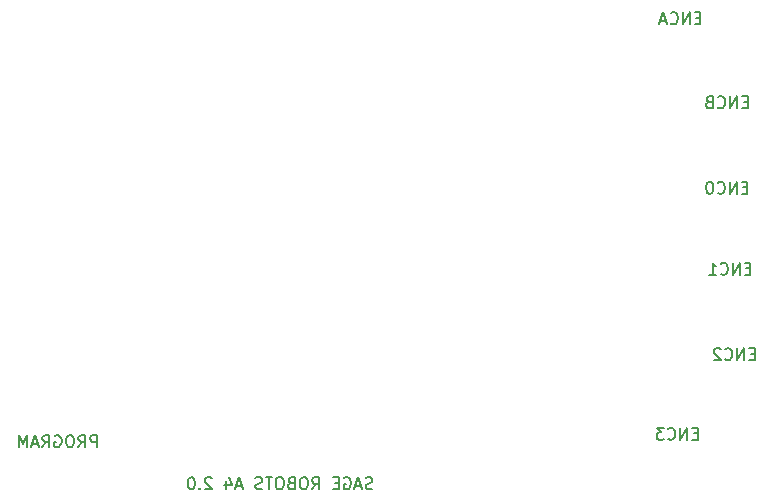
<source format=gbo>
G04 #@! TF.GenerationSoftware,KiCad,Pcbnew,(5.1.9)-1*
G04 #@! TF.CreationDate,2021-04-30T00:53:10-05:00*
G04 #@! TF.ProjectId,A4,41342e6b-6963-4616-945f-706362585858,rev?*
G04 #@! TF.SameCoordinates,Original*
G04 #@! TF.FileFunction,Legend,Bot*
G04 #@! TF.FilePolarity,Positive*
%FSLAX46Y46*%
G04 Gerber Fmt 4.6, Leading zero omitted, Abs format (unit mm)*
G04 Created by KiCad (PCBNEW (5.1.9)-1) date 2021-04-30 00:53:10*
%MOMM*%
%LPD*%
G01*
G04 APERTURE LIST*
%ADD10C,0.150000*%
%ADD11O,1.700000X1.950000*%
%ADD12R,3.500000X3.500000*%
%ADD13C,0.600000*%
%ADD14O,1.700000X2.000000*%
%ADD15O,1.700000X1.700000*%
%ADD16R,1.700000X1.700000*%
%ADD17O,1.200000X1.750000*%
%ADD18C,2.600000*%
%ADD19R,2.600000X2.600000*%
%ADD20O,1.600000X1.600000*%
%ADD21R,1.600000X1.600000*%
G04 APERTURE END LIST*
D10*
X196960714Y-115387380D02*
X196960714Y-114387380D01*
X196579761Y-114387380D01*
X196484523Y-114435000D01*
X196436904Y-114482619D01*
X196389285Y-114577857D01*
X196389285Y-114720714D01*
X196436904Y-114815952D01*
X196484523Y-114863571D01*
X196579761Y-114911190D01*
X196960714Y-114911190D01*
X195389285Y-115387380D02*
X195722619Y-114911190D01*
X195960714Y-115387380D02*
X195960714Y-114387380D01*
X195579761Y-114387380D01*
X195484523Y-114435000D01*
X195436904Y-114482619D01*
X195389285Y-114577857D01*
X195389285Y-114720714D01*
X195436904Y-114815952D01*
X195484523Y-114863571D01*
X195579761Y-114911190D01*
X195960714Y-114911190D01*
X194770238Y-114387380D02*
X194579761Y-114387380D01*
X194484523Y-114435000D01*
X194389285Y-114530238D01*
X194341666Y-114720714D01*
X194341666Y-115054047D01*
X194389285Y-115244523D01*
X194484523Y-115339761D01*
X194579761Y-115387380D01*
X194770238Y-115387380D01*
X194865476Y-115339761D01*
X194960714Y-115244523D01*
X195008333Y-115054047D01*
X195008333Y-114720714D01*
X194960714Y-114530238D01*
X194865476Y-114435000D01*
X194770238Y-114387380D01*
X193389285Y-114435000D02*
X193484523Y-114387380D01*
X193627380Y-114387380D01*
X193770238Y-114435000D01*
X193865476Y-114530238D01*
X193913095Y-114625476D01*
X193960714Y-114815952D01*
X193960714Y-114958809D01*
X193913095Y-115149285D01*
X193865476Y-115244523D01*
X193770238Y-115339761D01*
X193627380Y-115387380D01*
X193532142Y-115387380D01*
X193389285Y-115339761D01*
X193341666Y-115292142D01*
X193341666Y-114958809D01*
X193532142Y-114958809D01*
X192341666Y-115387380D02*
X192675000Y-114911190D01*
X192913095Y-115387380D02*
X192913095Y-114387380D01*
X192532142Y-114387380D01*
X192436904Y-114435000D01*
X192389285Y-114482619D01*
X192341666Y-114577857D01*
X192341666Y-114720714D01*
X192389285Y-114815952D01*
X192436904Y-114863571D01*
X192532142Y-114911190D01*
X192913095Y-114911190D01*
X191960714Y-115101666D02*
X191484523Y-115101666D01*
X192055952Y-115387380D02*
X191722619Y-114387380D01*
X191389285Y-115387380D01*
X191055952Y-115387380D02*
X191055952Y-114387380D01*
X190722619Y-115101666D01*
X190389285Y-114387380D01*
X190389285Y-115387380D01*
X247840285Y-114228571D02*
X247506952Y-114228571D01*
X247364095Y-114752380D02*
X247840285Y-114752380D01*
X247840285Y-113752380D01*
X247364095Y-113752380D01*
X246935523Y-114752380D02*
X246935523Y-113752380D01*
X246364095Y-114752380D01*
X246364095Y-113752380D01*
X245316476Y-114657142D02*
X245364095Y-114704761D01*
X245506952Y-114752380D01*
X245602190Y-114752380D01*
X245745047Y-114704761D01*
X245840285Y-114609523D01*
X245887904Y-114514285D01*
X245935523Y-114323809D01*
X245935523Y-114180952D01*
X245887904Y-113990476D01*
X245840285Y-113895238D01*
X245745047Y-113800000D01*
X245602190Y-113752380D01*
X245506952Y-113752380D01*
X245364095Y-113800000D01*
X245316476Y-113847619D01*
X244983142Y-113752380D02*
X244364095Y-113752380D01*
X244697428Y-114133333D01*
X244554571Y-114133333D01*
X244459333Y-114180952D01*
X244411714Y-114228571D01*
X244364095Y-114323809D01*
X244364095Y-114561904D01*
X244411714Y-114657142D01*
X244459333Y-114704761D01*
X244554571Y-114752380D01*
X244840285Y-114752380D01*
X244935523Y-114704761D01*
X244983142Y-114657142D01*
X252666285Y-107497571D02*
X252332952Y-107497571D01*
X252190095Y-108021380D02*
X252666285Y-108021380D01*
X252666285Y-107021380D01*
X252190095Y-107021380D01*
X251761523Y-108021380D02*
X251761523Y-107021380D01*
X251190095Y-108021380D01*
X251190095Y-107021380D01*
X250142476Y-107926142D02*
X250190095Y-107973761D01*
X250332952Y-108021380D01*
X250428190Y-108021380D01*
X250571047Y-107973761D01*
X250666285Y-107878523D01*
X250713904Y-107783285D01*
X250761523Y-107592809D01*
X250761523Y-107449952D01*
X250713904Y-107259476D01*
X250666285Y-107164238D01*
X250571047Y-107069000D01*
X250428190Y-107021380D01*
X250332952Y-107021380D01*
X250190095Y-107069000D01*
X250142476Y-107116619D01*
X249761523Y-107116619D02*
X249713904Y-107069000D01*
X249618666Y-107021380D01*
X249380571Y-107021380D01*
X249285333Y-107069000D01*
X249237714Y-107116619D01*
X249190095Y-107211857D01*
X249190095Y-107307095D01*
X249237714Y-107449952D01*
X249809142Y-108021380D01*
X249190095Y-108021380D01*
X252285285Y-100258571D02*
X251951952Y-100258571D01*
X251809095Y-100782380D02*
X252285285Y-100782380D01*
X252285285Y-99782380D01*
X251809095Y-99782380D01*
X251380523Y-100782380D02*
X251380523Y-99782380D01*
X250809095Y-100782380D01*
X250809095Y-99782380D01*
X249761476Y-100687142D02*
X249809095Y-100734761D01*
X249951952Y-100782380D01*
X250047190Y-100782380D01*
X250190047Y-100734761D01*
X250285285Y-100639523D01*
X250332904Y-100544285D01*
X250380523Y-100353809D01*
X250380523Y-100210952D01*
X250332904Y-100020476D01*
X250285285Y-99925238D01*
X250190047Y-99830000D01*
X250047190Y-99782380D01*
X249951952Y-99782380D01*
X249809095Y-99830000D01*
X249761476Y-99877619D01*
X248809095Y-100782380D02*
X249380523Y-100782380D01*
X249094809Y-100782380D02*
X249094809Y-99782380D01*
X249190047Y-99925238D01*
X249285285Y-100020476D01*
X249380523Y-100068095D01*
X252031285Y-93400571D02*
X251697952Y-93400571D01*
X251555095Y-93924380D02*
X252031285Y-93924380D01*
X252031285Y-92924380D01*
X251555095Y-92924380D01*
X251126523Y-93924380D02*
X251126523Y-92924380D01*
X250555095Y-93924380D01*
X250555095Y-92924380D01*
X249507476Y-93829142D02*
X249555095Y-93876761D01*
X249697952Y-93924380D01*
X249793190Y-93924380D01*
X249936047Y-93876761D01*
X250031285Y-93781523D01*
X250078904Y-93686285D01*
X250126523Y-93495809D01*
X250126523Y-93352952D01*
X250078904Y-93162476D01*
X250031285Y-93067238D01*
X249936047Y-92972000D01*
X249793190Y-92924380D01*
X249697952Y-92924380D01*
X249555095Y-92972000D01*
X249507476Y-93019619D01*
X248888428Y-92924380D02*
X248793190Y-92924380D01*
X248697952Y-92972000D01*
X248650333Y-93019619D01*
X248602714Y-93114857D01*
X248555095Y-93305333D01*
X248555095Y-93543428D01*
X248602714Y-93733904D01*
X248650333Y-93829142D01*
X248697952Y-93876761D01*
X248793190Y-93924380D01*
X248888428Y-93924380D01*
X248983666Y-93876761D01*
X249031285Y-93829142D01*
X249078904Y-93733904D01*
X249126523Y-93543428D01*
X249126523Y-93305333D01*
X249078904Y-93114857D01*
X249031285Y-93019619D01*
X248983666Y-92972000D01*
X248888428Y-92924380D01*
X252055095Y-86161571D02*
X251721761Y-86161571D01*
X251578904Y-86685380D02*
X252055095Y-86685380D01*
X252055095Y-85685380D01*
X251578904Y-85685380D01*
X251150333Y-86685380D02*
X251150333Y-85685380D01*
X250578904Y-86685380D01*
X250578904Y-85685380D01*
X249531285Y-86590142D02*
X249578904Y-86637761D01*
X249721761Y-86685380D01*
X249817000Y-86685380D01*
X249959857Y-86637761D01*
X250055095Y-86542523D01*
X250102714Y-86447285D01*
X250150333Y-86256809D01*
X250150333Y-86113952D01*
X250102714Y-85923476D01*
X250055095Y-85828238D01*
X249959857Y-85733000D01*
X249817000Y-85685380D01*
X249721761Y-85685380D01*
X249578904Y-85733000D01*
X249531285Y-85780619D01*
X248769380Y-86161571D02*
X248626523Y-86209190D01*
X248578904Y-86256809D01*
X248531285Y-86352047D01*
X248531285Y-86494904D01*
X248578904Y-86590142D01*
X248626523Y-86637761D01*
X248721761Y-86685380D01*
X249102714Y-86685380D01*
X249102714Y-85685380D01*
X248769380Y-85685380D01*
X248674142Y-85733000D01*
X248626523Y-85780619D01*
X248578904Y-85875857D01*
X248578904Y-85971095D01*
X248626523Y-86066333D01*
X248674142Y-86113952D01*
X248769380Y-86161571D01*
X249102714Y-86161571D01*
X248046666Y-79049571D02*
X247713333Y-79049571D01*
X247570476Y-79573380D02*
X248046666Y-79573380D01*
X248046666Y-78573380D01*
X247570476Y-78573380D01*
X247141904Y-79573380D02*
X247141904Y-78573380D01*
X246570476Y-79573380D01*
X246570476Y-78573380D01*
X245522857Y-79478142D02*
X245570476Y-79525761D01*
X245713333Y-79573380D01*
X245808571Y-79573380D01*
X245951428Y-79525761D01*
X246046666Y-79430523D01*
X246094285Y-79335285D01*
X246141904Y-79144809D01*
X246141904Y-79001952D01*
X246094285Y-78811476D01*
X246046666Y-78716238D01*
X245951428Y-78621000D01*
X245808571Y-78573380D01*
X245713333Y-78573380D01*
X245570476Y-78621000D01*
X245522857Y-78668619D01*
X245141904Y-79287666D02*
X244665714Y-79287666D01*
X245237142Y-79573380D02*
X244903809Y-78573380D01*
X244570476Y-79573380D01*
X220280523Y-118895761D02*
X220137666Y-118943380D01*
X219899571Y-118943380D01*
X219804333Y-118895761D01*
X219756714Y-118848142D01*
X219709095Y-118752904D01*
X219709095Y-118657666D01*
X219756714Y-118562428D01*
X219804333Y-118514809D01*
X219899571Y-118467190D01*
X220090047Y-118419571D01*
X220185285Y-118371952D01*
X220232904Y-118324333D01*
X220280523Y-118229095D01*
X220280523Y-118133857D01*
X220232904Y-118038619D01*
X220185285Y-117991000D01*
X220090047Y-117943380D01*
X219851952Y-117943380D01*
X219709095Y-117991000D01*
X219328142Y-118657666D02*
X218851952Y-118657666D01*
X219423380Y-118943380D02*
X219090047Y-117943380D01*
X218756714Y-118943380D01*
X217899571Y-117991000D02*
X217994809Y-117943380D01*
X218137666Y-117943380D01*
X218280523Y-117991000D01*
X218375761Y-118086238D01*
X218423380Y-118181476D01*
X218471000Y-118371952D01*
X218471000Y-118514809D01*
X218423380Y-118705285D01*
X218375761Y-118800523D01*
X218280523Y-118895761D01*
X218137666Y-118943380D01*
X218042428Y-118943380D01*
X217899571Y-118895761D01*
X217851952Y-118848142D01*
X217851952Y-118514809D01*
X218042428Y-118514809D01*
X217423380Y-118419571D02*
X217090047Y-118419571D01*
X216947190Y-118943380D02*
X217423380Y-118943380D01*
X217423380Y-117943380D01*
X216947190Y-117943380D01*
X215185285Y-118943380D02*
X215518619Y-118467190D01*
X215756714Y-118943380D02*
X215756714Y-117943380D01*
X215375761Y-117943380D01*
X215280523Y-117991000D01*
X215232904Y-118038619D01*
X215185285Y-118133857D01*
X215185285Y-118276714D01*
X215232904Y-118371952D01*
X215280523Y-118419571D01*
X215375761Y-118467190D01*
X215756714Y-118467190D01*
X214566238Y-117943380D02*
X214375761Y-117943380D01*
X214280523Y-117991000D01*
X214185285Y-118086238D01*
X214137666Y-118276714D01*
X214137666Y-118610047D01*
X214185285Y-118800523D01*
X214280523Y-118895761D01*
X214375761Y-118943380D01*
X214566238Y-118943380D01*
X214661476Y-118895761D01*
X214756714Y-118800523D01*
X214804333Y-118610047D01*
X214804333Y-118276714D01*
X214756714Y-118086238D01*
X214661476Y-117991000D01*
X214566238Y-117943380D01*
X213375761Y-118419571D02*
X213232904Y-118467190D01*
X213185285Y-118514809D01*
X213137666Y-118610047D01*
X213137666Y-118752904D01*
X213185285Y-118848142D01*
X213232904Y-118895761D01*
X213328142Y-118943380D01*
X213709095Y-118943380D01*
X213709095Y-117943380D01*
X213375761Y-117943380D01*
X213280523Y-117991000D01*
X213232904Y-118038619D01*
X213185285Y-118133857D01*
X213185285Y-118229095D01*
X213232904Y-118324333D01*
X213280523Y-118371952D01*
X213375761Y-118419571D01*
X213709095Y-118419571D01*
X212518619Y-117943380D02*
X212328142Y-117943380D01*
X212232904Y-117991000D01*
X212137666Y-118086238D01*
X212090047Y-118276714D01*
X212090047Y-118610047D01*
X212137666Y-118800523D01*
X212232904Y-118895761D01*
X212328142Y-118943380D01*
X212518619Y-118943380D01*
X212613857Y-118895761D01*
X212709095Y-118800523D01*
X212756714Y-118610047D01*
X212756714Y-118276714D01*
X212709095Y-118086238D01*
X212613857Y-117991000D01*
X212518619Y-117943380D01*
X211804333Y-117943380D02*
X211232904Y-117943380D01*
X211518619Y-118943380D02*
X211518619Y-117943380D01*
X210947190Y-118895761D02*
X210804333Y-118943380D01*
X210566238Y-118943380D01*
X210471000Y-118895761D01*
X210423380Y-118848142D01*
X210375761Y-118752904D01*
X210375761Y-118657666D01*
X210423380Y-118562428D01*
X210471000Y-118514809D01*
X210566238Y-118467190D01*
X210756714Y-118419571D01*
X210851952Y-118371952D01*
X210899571Y-118324333D01*
X210947190Y-118229095D01*
X210947190Y-118133857D01*
X210899571Y-118038619D01*
X210851952Y-117991000D01*
X210756714Y-117943380D01*
X210518619Y-117943380D01*
X210375761Y-117991000D01*
X209232904Y-118657666D02*
X208756714Y-118657666D01*
X209328142Y-118943380D02*
X208994809Y-117943380D01*
X208661476Y-118943380D01*
X207899571Y-118276714D02*
X207899571Y-118943380D01*
X208137666Y-117895761D02*
X208375761Y-118610047D01*
X207756714Y-118610047D01*
X206661476Y-118038619D02*
X206613857Y-117991000D01*
X206518619Y-117943380D01*
X206280523Y-117943380D01*
X206185285Y-117991000D01*
X206137666Y-118038619D01*
X206090047Y-118133857D01*
X206090047Y-118229095D01*
X206137666Y-118371952D01*
X206709095Y-118943380D01*
X206090047Y-118943380D01*
X205661476Y-118848142D02*
X205613857Y-118895761D01*
X205661476Y-118943380D01*
X205709095Y-118895761D01*
X205661476Y-118848142D01*
X205661476Y-118943380D01*
X204994809Y-117943380D02*
X204899571Y-117943380D01*
X204804333Y-117991000D01*
X204756714Y-118038619D01*
X204709095Y-118133857D01*
X204661476Y-118324333D01*
X204661476Y-118562428D01*
X204709095Y-118752904D01*
X204756714Y-118848142D01*
X204804333Y-118895761D01*
X204899571Y-118943380D01*
X204994809Y-118943380D01*
X205090047Y-118895761D01*
X205137666Y-118848142D01*
X205185285Y-118752904D01*
X205232904Y-118562428D01*
X205232904Y-118324333D01*
X205185285Y-118133857D01*
X205137666Y-118038619D01*
X205090047Y-117991000D01*
X204994809Y-117943380D01*
%LPC*%
D11*
X181500000Y-116840000D03*
X179000000Y-116840000D03*
X176500000Y-116840000D03*
G36*
G01*
X173150000Y-117565000D02*
X173150000Y-116115000D01*
G75*
G02*
X173400000Y-115865000I250000J0D01*
G01*
X174600000Y-115865000D01*
G75*
G02*
X174850000Y-116115000I0J-250000D01*
G01*
X174850000Y-117565000D01*
G75*
G02*
X174600000Y-117815000I-250000J0D01*
G01*
X173400000Y-117815000D01*
G75*
G02*
X173150000Y-117565000I0J250000D01*
G01*
G37*
G36*
G01*
X174750000Y-89575000D02*
X174750000Y-87825000D01*
G75*
G02*
X175625000Y-86950000I875000J0D01*
G01*
X177375000Y-86950000D01*
G75*
G02*
X178250000Y-87825000I0J-875000D01*
G01*
X178250000Y-89575000D01*
G75*
G02*
X177375000Y-90450000I-875000J0D01*
G01*
X175625000Y-90450000D01*
G75*
G02*
X174750000Y-89575000I0J875000D01*
G01*
G37*
G36*
G01*
X172000000Y-85000000D02*
X172000000Y-83000000D01*
G75*
G02*
X172750000Y-82250000I750000J0D01*
G01*
X174250000Y-82250000D01*
G75*
G02*
X175000000Y-83000000I0J-750000D01*
G01*
X175000000Y-85000000D01*
G75*
G02*
X174250000Y-85750000I-750000J0D01*
G01*
X172750000Y-85750000D01*
G75*
G02*
X172000000Y-85000000I0J750000D01*
G01*
G37*
D12*
X179500000Y-84000000D03*
D13*
X211260000Y-103500000D03*
X210510000Y-104250000D03*
X210510000Y-105750000D03*
X213510000Y-105750000D03*
X213510000Y-104250000D03*
X212760000Y-103500000D03*
X211960000Y-104250000D03*
X212760000Y-105000000D03*
X211960000Y-105750000D03*
X211260000Y-105000000D03*
X211260000Y-106500000D03*
X212760000Y-106500000D03*
D14*
X179500000Y-101000000D03*
G36*
G01*
X176150000Y-101750000D02*
X176150000Y-100250000D01*
G75*
G02*
X176400000Y-100000000I250000J0D01*
G01*
X177600000Y-100000000D01*
G75*
G02*
X177850000Y-100250000I0J-250000D01*
G01*
X177850000Y-101750000D01*
G75*
G02*
X177600000Y-102000000I-250000J0D01*
G01*
X176400000Y-102000000D01*
G75*
G02*
X176150000Y-101750000I0J250000D01*
G01*
G37*
X179500000Y-94000000D03*
G36*
G01*
X176150000Y-94750000D02*
X176150000Y-93250000D01*
G75*
G02*
X176400000Y-93000000I250000J0D01*
G01*
X177600000Y-93000000D01*
G75*
G02*
X177850000Y-93250000I0J-250000D01*
G01*
X177850000Y-94750000D01*
G75*
G02*
X177600000Y-95000000I-250000J0D01*
G01*
X176400000Y-95000000D01*
G75*
G02*
X176150000Y-94750000I0J250000D01*
G01*
G37*
D11*
X239500000Y-54000000D03*
X242000000Y-54000000D03*
X244500000Y-54000000D03*
G36*
G01*
X247850000Y-53275000D02*
X247850000Y-54725000D01*
G75*
G02*
X247600000Y-54975000I-250000J0D01*
G01*
X246400000Y-54975000D01*
G75*
G02*
X246150000Y-54725000I0J250000D01*
G01*
X246150000Y-53275000D01*
G75*
G02*
X246400000Y-53025000I250000J0D01*
G01*
X247600000Y-53025000D01*
G75*
G02*
X247850000Y-53275000I0J-250000D01*
G01*
G37*
X208500000Y-54000000D03*
X211000000Y-54000000D03*
X213500000Y-54000000D03*
G36*
G01*
X216850000Y-53275000D02*
X216850000Y-54725000D01*
G75*
G02*
X216600000Y-54975000I-250000J0D01*
G01*
X215400000Y-54975000D01*
G75*
G02*
X215150000Y-54725000I0J250000D01*
G01*
X215150000Y-53275000D01*
G75*
G02*
X215400000Y-53025000I250000J0D01*
G01*
X216600000Y-53025000D01*
G75*
G02*
X216850000Y-53275000I0J-250000D01*
G01*
G37*
D15*
X249540000Y-65080000D03*
X247000000Y-65080000D03*
X249540000Y-62540000D03*
X247000000Y-62540000D03*
X249540000Y-60000000D03*
D16*
X247000000Y-60000000D03*
D15*
X214540000Y-65080000D03*
X212000000Y-65080000D03*
X214540000Y-62540000D03*
X212000000Y-62540000D03*
X214540000Y-60000000D03*
D16*
X212000000Y-60000000D03*
D11*
X247500000Y-117000000D03*
X245000000Y-117000000D03*
X242500000Y-117000000D03*
X240000000Y-117000000D03*
X237500000Y-117000000D03*
G36*
G01*
X234150000Y-117725000D02*
X234150000Y-116275000D01*
G75*
G02*
X234400000Y-116025000I250000J0D01*
G01*
X235600000Y-116025000D01*
G75*
G02*
X235850000Y-116275000I0J-250000D01*
G01*
X235850000Y-117725000D01*
G75*
G02*
X235600000Y-117975000I-250000J0D01*
G01*
X234400000Y-117975000D01*
G75*
G02*
X234150000Y-117725000I0J250000D01*
G01*
G37*
X252500000Y-103000000D03*
X250000000Y-103000000D03*
X247500000Y-103000000D03*
X245000000Y-103000000D03*
X242500000Y-103000000D03*
G36*
G01*
X239150000Y-103725000D02*
X239150000Y-102275000D01*
G75*
G02*
X239400000Y-102025000I250000J0D01*
G01*
X240600000Y-102025000D01*
G75*
G02*
X240850000Y-102275000I0J-250000D01*
G01*
X240850000Y-103725000D01*
G75*
G02*
X240600000Y-103975000I-250000J0D01*
G01*
X239400000Y-103975000D01*
G75*
G02*
X239150000Y-103725000I0J250000D01*
G01*
G37*
D14*
X170500000Y-101000000D03*
G36*
G01*
X167150000Y-101750000D02*
X167150000Y-100250000D01*
G75*
G02*
X167400000Y-100000000I250000J0D01*
G01*
X168600000Y-100000000D01*
G75*
G02*
X168850000Y-100250000I0J-250000D01*
G01*
X168850000Y-101750000D01*
G75*
G02*
X168600000Y-102000000I-250000J0D01*
G01*
X167400000Y-102000000D01*
G75*
G02*
X167150000Y-101750000I0J250000D01*
G01*
G37*
D17*
X198000000Y-117500000D03*
X196000000Y-117500000D03*
X194000000Y-117500000D03*
X192000000Y-117500000D03*
X190000000Y-117500000D03*
G36*
G01*
X187400000Y-118125001D02*
X187400000Y-116874999D01*
G75*
G02*
X187649999Y-116625000I249999J0D01*
G01*
X188350001Y-116625000D01*
G75*
G02*
X188600000Y-116874999I0J-249999D01*
G01*
X188600000Y-118125001D01*
G75*
G02*
X188350001Y-118375000I-249999J0D01*
G01*
X187649999Y-118375000D01*
G75*
G02*
X187400000Y-118125001I0J249999D01*
G01*
G37*
D14*
X170500000Y-94000000D03*
G36*
G01*
X167150000Y-94750000D02*
X167150000Y-93250000D01*
G75*
G02*
X167400000Y-93000000I250000J0D01*
G01*
X168600000Y-93000000D01*
G75*
G02*
X168850000Y-93250000I0J-250000D01*
G01*
X168850000Y-94750000D01*
G75*
G02*
X168600000Y-95000000I-250000J0D01*
G01*
X167400000Y-95000000D01*
G75*
G02*
X167150000Y-94750000I0J250000D01*
G01*
G37*
D11*
X252500000Y-82000000D03*
X250000000Y-82000000D03*
X247500000Y-82000000D03*
X245000000Y-82000000D03*
X242500000Y-82000000D03*
G36*
G01*
X239150000Y-82725000D02*
X239150000Y-81275000D01*
G75*
G02*
X239400000Y-81025000I250000J0D01*
G01*
X240600000Y-81025000D01*
G75*
G02*
X240850000Y-81275000I0J-250000D01*
G01*
X240850000Y-82725000D01*
G75*
G02*
X240600000Y-82975000I-250000J0D01*
G01*
X239400000Y-82975000D01*
G75*
G02*
X239150000Y-82725000I0J250000D01*
G01*
G37*
X191000000Y-54000000D03*
X193500000Y-54000000D03*
X196000000Y-54000000D03*
G36*
G01*
X199350000Y-53275000D02*
X199350000Y-54725000D01*
G75*
G02*
X199100000Y-54975000I-250000J0D01*
G01*
X197900000Y-54975000D01*
G75*
G02*
X197650000Y-54725000I0J250000D01*
G01*
X197650000Y-53275000D01*
G75*
G02*
X197900000Y-53025000I250000J0D01*
G01*
X199100000Y-53025000D01*
G75*
G02*
X199350000Y-53275000I0J-250000D01*
G01*
G37*
X225000000Y-54000000D03*
X227500000Y-54000000D03*
X230000000Y-54000000D03*
G36*
G01*
X233350000Y-53275000D02*
X233350000Y-54725000D01*
G75*
G02*
X233100000Y-54975000I-250000J0D01*
G01*
X231900000Y-54975000D01*
G75*
G02*
X231650000Y-54725000I0J250000D01*
G01*
X231650000Y-53275000D01*
G75*
G02*
X231900000Y-53025000I250000J0D01*
G01*
X233100000Y-53025000D01*
G75*
G02*
X233350000Y-53275000I0J-250000D01*
G01*
G37*
D15*
X198000000Y-65000000D03*
X195460000Y-65000000D03*
X198000000Y-62460000D03*
X195460000Y-62460000D03*
X198000000Y-59920000D03*
D16*
X195460000Y-59920000D03*
D15*
X231540000Y-65080000D03*
X229000000Y-65080000D03*
X231540000Y-62540000D03*
X229000000Y-62540000D03*
X231540000Y-60000000D03*
D16*
X229000000Y-60000000D03*
D18*
X171000000Y-69000000D03*
D19*
X171000000Y-74000000D03*
D18*
X171000000Y-59000000D03*
D19*
X171000000Y-64000000D03*
D11*
X252500000Y-96000000D03*
X250000000Y-96000000D03*
X247500000Y-96000000D03*
X245000000Y-96000000D03*
X242500000Y-96000000D03*
G36*
G01*
X239150000Y-96725000D02*
X239150000Y-95275000D01*
G75*
G02*
X239400000Y-95025000I250000J0D01*
G01*
X240600000Y-95025000D01*
G75*
G02*
X240850000Y-95275000I0J-250000D01*
G01*
X240850000Y-96725000D01*
G75*
G02*
X240600000Y-96975000I-250000J0D01*
G01*
X239400000Y-96975000D01*
G75*
G02*
X239150000Y-96725000I0J250000D01*
G01*
G37*
X252500000Y-110000000D03*
X250000000Y-110000000D03*
X247500000Y-110000000D03*
X245000000Y-110000000D03*
X242500000Y-110000000D03*
G36*
G01*
X239150000Y-110725000D02*
X239150000Y-109275000D01*
G75*
G02*
X239400000Y-109025000I250000J0D01*
G01*
X240600000Y-109025000D01*
G75*
G02*
X240850000Y-109275000I0J-250000D01*
G01*
X240850000Y-110725000D01*
G75*
G02*
X240600000Y-110975000I-250000J0D01*
G01*
X239400000Y-110975000D01*
G75*
G02*
X239150000Y-110725000I0J250000D01*
G01*
G37*
D14*
X179500000Y-108000000D03*
G36*
G01*
X176150000Y-108750000D02*
X176150000Y-107250000D01*
G75*
G02*
X176400000Y-107000000I250000J0D01*
G01*
X177600000Y-107000000D01*
G75*
G02*
X177850000Y-107250000I0J-250000D01*
G01*
X177850000Y-108750000D01*
G75*
G02*
X177600000Y-109000000I-250000J0D01*
G01*
X176400000Y-109000000D01*
G75*
G02*
X176150000Y-108750000I0J250000D01*
G01*
G37*
D11*
X252500000Y-89000000D03*
X250000000Y-89000000D03*
X247500000Y-89000000D03*
X245000000Y-89000000D03*
X242500000Y-89000000D03*
G36*
G01*
X239150000Y-89725000D02*
X239150000Y-88275000D01*
G75*
G02*
X239400000Y-88025000I250000J0D01*
G01*
X240600000Y-88025000D01*
G75*
G02*
X240850000Y-88275000I0J-250000D01*
G01*
X240850000Y-89725000D01*
G75*
G02*
X240600000Y-89975000I-250000J0D01*
G01*
X239400000Y-89975000D01*
G75*
G02*
X239150000Y-89725000I0J250000D01*
G01*
G37*
D14*
X170500000Y-108000000D03*
G36*
G01*
X167150000Y-108750000D02*
X167150000Y-107250000D01*
G75*
G02*
X167400000Y-107000000I250000J0D01*
G01*
X168600000Y-107000000D01*
G75*
G02*
X168850000Y-107250000I0J-250000D01*
G01*
X168850000Y-108750000D01*
G75*
G02*
X168600000Y-109000000I-250000J0D01*
G01*
X167400000Y-109000000D01*
G75*
G02*
X167150000Y-108750000I0J250000D01*
G01*
G37*
D20*
X253700000Y-59000000D03*
X241000000Y-76780000D03*
X253700000Y-61540000D03*
X241000000Y-74240000D03*
X253700000Y-64080000D03*
X241000000Y-71700000D03*
X253700000Y-66620000D03*
X241000000Y-69160000D03*
X253700000Y-69160000D03*
X241000000Y-66620000D03*
X253700000Y-71700000D03*
X241000000Y-64080000D03*
X253700000Y-74240000D03*
X241000000Y-61540000D03*
X253700000Y-76780000D03*
D21*
X241000000Y-59000000D03*
D20*
X219700000Y-59000000D03*
X207000000Y-76780000D03*
X219700000Y-61540000D03*
X207000000Y-74240000D03*
X219700000Y-64080000D03*
X207000000Y-71700000D03*
X219700000Y-66620000D03*
X207000000Y-69160000D03*
X219700000Y-69160000D03*
X207000000Y-66620000D03*
X219700000Y-71700000D03*
X207000000Y-64080000D03*
X219700000Y-74240000D03*
X207000000Y-61540000D03*
X219700000Y-76780000D03*
D21*
X207000000Y-59000000D03*
D20*
X202700000Y-59000000D03*
X190000000Y-76780000D03*
X202700000Y-61540000D03*
X190000000Y-74240000D03*
X202700000Y-64080000D03*
X190000000Y-71700000D03*
X202700000Y-66620000D03*
X190000000Y-69160000D03*
X202700000Y-69160000D03*
X190000000Y-66620000D03*
X202700000Y-71700000D03*
X190000000Y-64080000D03*
X202700000Y-74240000D03*
X190000000Y-61540000D03*
X202700000Y-76780000D03*
D21*
X190000000Y-59000000D03*
D20*
X236700000Y-59000000D03*
X224000000Y-76780000D03*
X236700000Y-61540000D03*
X224000000Y-74240000D03*
X236700000Y-64080000D03*
X224000000Y-71700000D03*
X236700000Y-66620000D03*
X224000000Y-69160000D03*
X236700000Y-69160000D03*
X224000000Y-66620000D03*
X236700000Y-71700000D03*
X224000000Y-64080000D03*
X236700000Y-74240000D03*
X224000000Y-61540000D03*
X236700000Y-76780000D03*
D21*
X224000000Y-59000000D03*
M02*

</source>
